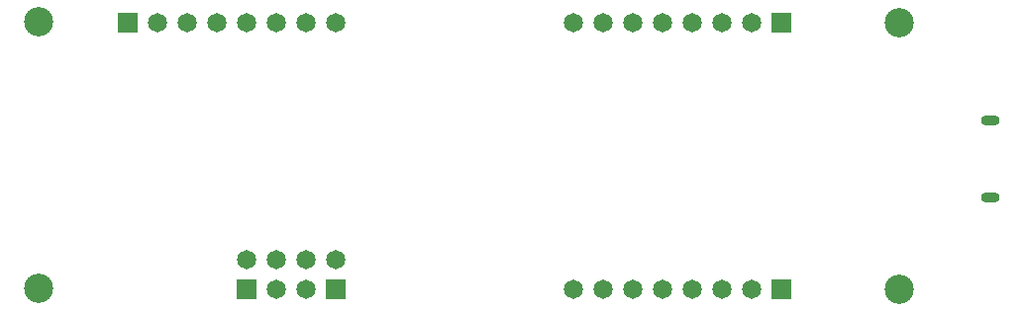
<source format=gbs>
G04 #@! TF.GenerationSoftware,KiCad,Pcbnew,(5.1.7)-1*
G04 #@! TF.CreationDate,2020-12-20T14:57:21+09:00*
G04 #@! TF.ProjectId,pcbkicad,7063626b-6963-4616-942e-6b696361645f,rev?*
G04 #@! TF.SameCoordinates,Original*
G04 #@! TF.FileFunction,Soldermask,Bot*
G04 #@! TF.FilePolarity,Negative*
%FSLAX46Y46*%
G04 Gerber Fmt 4.6, Leading zero omitted, Abs format (unit mm)*
G04 Created by KiCad (PCBNEW (5.1.7)-1) date 2020-12-20 14:57:21*
%MOMM*%
%LPD*%
G01*
G04 APERTURE LIST*
%ADD10C,2.500000*%
%ADD11O,1.600000X0.900000*%
%ADD12R,1.651000X1.651000*%
%ADD13C,1.651000*%
G04 APERTURE END LIST*
D10*
X105442000Y-78690500D03*
X105442000Y-101490000D03*
X178942000Y-78790500D03*
X178942000Y-101590000D03*
D11*
X186780000Y-87170000D03*
X186780000Y-93770000D03*
D12*
X130812000Y-101620000D03*
D13*
X128272000Y-101620000D03*
X125732000Y-101620000D03*
D12*
X123192000Y-101620000D03*
D13*
X123192000Y-99080000D03*
X125732000Y-99080000D03*
X128272000Y-99080000D03*
X130812000Y-99080000D03*
X151132000Y-101620000D03*
X153672000Y-101620000D03*
X156212000Y-101620000D03*
X158752000Y-101620000D03*
X161292000Y-101620000D03*
X163832000Y-101620000D03*
X166372000Y-101620000D03*
D12*
X168912000Y-101620000D03*
X168912000Y-78760500D03*
D13*
X166372000Y-78760500D03*
X163832000Y-78760500D03*
X161292000Y-78760500D03*
X158752000Y-78760500D03*
X156212000Y-78760500D03*
X153672000Y-78760500D03*
X151132000Y-78760500D03*
D12*
X113032000Y-78760500D03*
D13*
X115572000Y-78760500D03*
X118112000Y-78760500D03*
X120652000Y-78760500D03*
X123192000Y-78760500D03*
X125732000Y-78760500D03*
X128272000Y-78760500D03*
X130812000Y-78760500D03*
M02*

</source>
